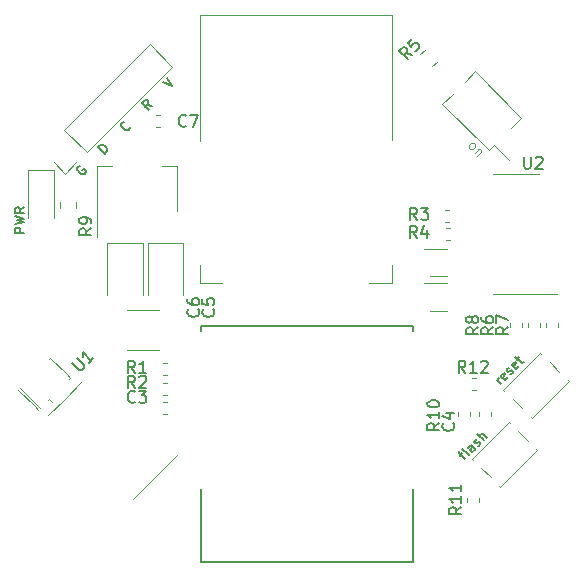
<source format=gbr>
G04 #@! TF.GenerationSoftware,KiCad,Pcbnew,(5.1.4-0-10_14)*
G04 #@! TF.CreationDate,2019-10-28T14:00:27+08:00*
G04 #@! TF.ProjectId,z2m_partner,7a326d5f-7061-4727-946e-65722e6b6963,rev?*
G04 #@! TF.SameCoordinates,Original*
G04 #@! TF.FileFunction,Legend,Top*
G04 #@! TF.FilePolarity,Positive*
%FSLAX46Y46*%
G04 Gerber Fmt 4.6, Leading zero omitted, Abs format (unit mm)*
G04 Created by KiCad (PCBNEW (5.1.4-0-10_14)) date 2019-10-28 14:00:27*
%MOMM*%
%LPD*%
G04 APERTURE LIST*
%ADD10C,0.152400*%
%ADD11C,0.120000*%
%ADD12C,0.150000*%
G04 APERTURE END LIST*
D10*
X194564000Y-125730000D02*
X194564000Y-119545000D01*
X176580800Y-106145000D02*
X176580800Y-105765600D01*
X194564000Y-106145000D02*
X194564000Y-105765600D01*
X176580800Y-125730000D02*
X176580800Y-119545000D01*
X194564000Y-105727500D02*
X176580800Y-105727500D01*
X176593500Y-125730000D02*
X194564000Y-125730000D01*
D11*
X173423733Y-112139000D02*
X173766267Y-112139000D01*
X173423733Y-113159000D02*
X173766267Y-113159000D01*
X201170000Y-112971733D02*
X201170000Y-113314267D01*
X200150000Y-112971733D02*
X200150000Y-113314267D01*
X172099000Y-98685000D02*
X172099000Y-103070000D01*
X175119000Y-98685000D02*
X172099000Y-98685000D01*
X175119000Y-103070000D02*
X175119000Y-98685000D01*
X171690000Y-103070000D02*
X171690000Y-98685000D01*
X171690000Y-98685000D02*
X168670000Y-98685000D01*
X168670000Y-98685000D02*
X168670000Y-103070000D01*
X172816733Y-88902000D02*
X173159267Y-88902000D01*
X172816733Y-87882000D02*
X173159267Y-87882000D01*
X164203000Y-96559500D02*
X164203000Y-92499500D01*
X164203000Y-92499500D02*
X161933000Y-92499500D01*
X161933000Y-92499500D02*
X161933000Y-96559500D01*
X173090252Y-107755000D02*
X170317748Y-107755000D01*
X173090252Y-104335000D02*
X170317748Y-104335000D01*
X174165109Y-83747795D02*
X172284205Y-81866891D01*
X166938478Y-90974426D02*
X174165109Y-83747795D01*
X165057574Y-89093522D02*
X172284205Y-81866891D01*
X166938478Y-90974426D02*
X165057574Y-89093522D01*
X166040452Y-91872452D02*
X165100000Y-92812904D01*
X165100000Y-92812904D02*
X164159548Y-91872452D01*
X197299733Y-95883000D02*
X197642267Y-95883000D01*
X197299733Y-96903000D02*
X197642267Y-96903000D01*
X197325133Y-98427000D02*
X197667667Y-98427000D01*
X197325133Y-97407000D02*
X197667667Y-97407000D01*
X196557995Y-83338097D02*
X196188529Y-83707563D01*
X195553903Y-82334005D02*
X195184437Y-82703471D01*
X205361000Y-105478733D02*
X205361000Y-105821267D01*
X204341000Y-105478733D02*
X204341000Y-105821267D01*
X205865000Y-105478733D02*
X205865000Y-105821267D01*
X206885000Y-105478733D02*
X206885000Y-105821267D01*
X202817000Y-105467333D02*
X202817000Y-105809867D01*
X203837000Y-105467333D02*
X203837000Y-105809867D01*
X166064000Y-95756252D02*
X166064000Y-95233748D01*
X164644000Y-95756252D02*
X164644000Y-95233748D01*
X198372000Y-113328267D02*
X198372000Y-112985733D01*
X199392000Y-113328267D02*
X199392000Y-112985733D01*
X199117718Y-120583549D02*
X199117718Y-120241015D01*
X200137718Y-120583549D02*
X200137718Y-120241015D01*
X199585733Y-111127000D02*
X199928267Y-111127000D01*
X199585733Y-110107000D02*
X199928267Y-110107000D01*
X203747080Y-88065150D02*
X199843850Y-84161920D01*
X202735917Y-91692608D02*
X201427769Y-90384460D01*
X200968150Y-90844080D02*
X201427769Y-90384460D01*
X200968150Y-90844080D02*
X197064920Y-86940850D01*
X197064920Y-86940850D02*
X197962239Y-86043532D01*
X202849054Y-88963176D02*
X203747080Y-88065150D01*
X198945824Y-85059946D02*
X199843850Y-84161920D01*
X205416406Y-108071136D02*
X205331553Y-107986284D01*
X206936686Y-109591416D02*
X206130584Y-108785314D01*
X207735716Y-110390447D02*
X207650864Y-110305594D01*
X204624447Y-113501716D02*
X207735716Y-110390447D01*
X204539594Y-113416864D02*
X204624447Y-113501716D01*
X203019314Y-111896584D02*
X203825416Y-112702686D01*
X202220284Y-111097553D02*
X202305136Y-111182406D01*
X205331553Y-107986284D02*
X202220284Y-111097553D01*
X202664553Y-113828284D02*
X199553284Y-116939553D01*
X199553284Y-116939553D02*
X199638136Y-117024406D01*
X200352314Y-117738584D02*
X201158416Y-118544686D01*
X201872594Y-119258864D02*
X201957447Y-119343716D01*
X201957447Y-119343716D02*
X205068716Y-116232447D01*
X205068716Y-116232447D02*
X204983864Y-116147594D01*
X204269686Y-115433416D02*
X203463584Y-114627314D01*
X202749406Y-113913136D02*
X202664553Y-113828284D01*
X165078040Y-111865040D02*
X163699181Y-113243898D01*
X165078040Y-111865040D02*
X166456898Y-110486181D01*
X172233960Y-119020960D02*
X170855102Y-120399819D01*
X172233960Y-119020960D02*
X174673479Y-116581442D01*
X203327000Y-102977000D02*
X206777000Y-102977000D01*
X203327000Y-102977000D02*
X201377000Y-102977000D01*
X203327000Y-92857000D02*
X205277000Y-92857000D01*
X203327000Y-92857000D02*
X201377000Y-92857000D01*
X176537000Y-102101000D02*
X176537000Y-100531000D01*
X176537000Y-102101000D02*
X178427000Y-102101000D01*
X190877000Y-102101000D02*
X192767000Y-102101000D01*
X192767000Y-102101000D02*
X192767000Y-100531000D01*
X192777000Y-90011000D02*
X192777000Y-79361000D01*
X192777000Y-79361000D02*
X176537000Y-79361000D01*
X176537000Y-79361000D02*
X176537000Y-90021000D01*
X197423000Y-99170000D02*
X195523000Y-99170000D01*
X196023000Y-101490000D02*
X197423000Y-101490000D01*
X196023000Y-104411000D02*
X197423000Y-104411000D01*
X197423000Y-102091000D02*
X195523000Y-102091000D01*
X174606000Y-92197000D02*
X173346000Y-92197000D01*
X167786000Y-92197000D02*
X169046000Y-92197000D01*
X174606000Y-95957000D02*
X174606000Y-92197000D01*
X167786000Y-98207000D02*
X167786000Y-92197000D01*
X163832792Y-108409152D02*
X165247006Y-109823365D01*
X162701421Y-112368950D02*
X161287208Y-110954736D01*
X163726726Y-111909330D02*
X164009569Y-112192173D01*
X161145786Y-111096157D02*
X162560000Y-112510371D01*
X165247006Y-109823365D02*
X165529848Y-110106208D01*
X162701421Y-112368950D02*
X162984264Y-112651792D01*
X162560000Y-112510371D02*
X162842843Y-112793214D01*
X161287208Y-110954736D02*
X161393274Y-110848670D01*
X162984264Y-112651792D02*
X163090330Y-112545726D01*
X163726726Y-111909330D02*
X163691371Y-111944686D01*
X165529848Y-110106208D02*
X165423782Y-110212274D01*
X163832792Y-108409152D02*
X163726726Y-108515218D01*
X173766267Y-108887800D02*
X173423733Y-108887800D01*
X173766267Y-109907800D02*
X173423733Y-109907800D01*
X173768867Y-111533400D02*
X173426333Y-111533400D01*
X173768867Y-110513400D02*
X173426333Y-110513400D01*
D12*
X171029333Y-112117142D02*
X170981714Y-112164761D01*
X170838857Y-112212380D01*
X170743619Y-112212380D01*
X170600761Y-112164761D01*
X170505523Y-112069523D01*
X170457904Y-111974285D01*
X170410285Y-111783809D01*
X170410285Y-111640952D01*
X170457904Y-111450476D01*
X170505523Y-111355238D01*
X170600761Y-111260000D01*
X170743619Y-111212380D01*
X170838857Y-111212380D01*
X170981714Y-111260000D01*
X171029333Y-111307619D01*
X171362666Y-111212380D02*
X171981714Y-111212380D01*
X171648380Y-111593333D01*
X171791238Y-111593333D01*
X171886476Y-111640952D01*
X171934095Y-111688571D01*
X171981714Y-111783809D01*
X171981714Y-112021904D01*
X171934095Y-112117142D01*
X171886476Y-112164761D01*
X171791238Y-112212380D01*
X171505523Y-112212380D01*
X171410285Y-112164761D01*
X171362666Y-112117142D01*
X197969142Y-113958666D02*
X198016761Y-114006285D01*
X198064380Y-114149142D01*
X198064380Y-114244380D01*
X198016761Y-114387238D01*
X197921523Y-114482476D01*
X197826285Y-114530095D01*
X197635809Y-114577714D01*
X197492952Y-114577714D01*
X197302476Y-114530095D01*
X197207238Y-114482476D01*
X197112000Y-114387238D01*
X197064380Y-114244380D01*
X197064380Y-114149142D01*
X197112000Y-114006285D01*
X197159619Y-113958666D01*
X197397714Y-113101523D02*
X198064380Y-113101523D01*
X197016761Y-113339619D02*
X197731047Y-113577714D01*
X197731047Y-112958666D01*
X177649142Y-104306666D02*
X177696761Y-104354285D01*
X177744380Y-104497142D01*
X177744380Y-104592380D01*
X177696761Y-104735238D01*
X177601523Y-104830476D01*
X177506285Y-104878095D01*
X177315809Y-104925714D01*
X177172952Y-104925714D01*
X176982476Y-104878095D01*
X176887238Y-104830476D01*
X176792000Y-104735238D01*
X176744380Y-104592380D01*
X176744380Y-104497142D01*
X176792000Y-104354285D01*
X176839619Y-104306666D01*
X176744380Y-103401904D02*
X176744380Y-103878095D01*
X177220571Y-103925714D01*
X177172952Y-103878095D01*
X177125333Y-103782857D01*
X177125333Y-103544761D01*
X177172952Y-103449523D01*
X177220571Y-103401904D01*
X177315809Y-103354285D01*
X177553904Y-103354285D01*
X177649142Y-103401904D01*
X177696761Y-103449523D01*
X177744380Y-103544761D01*
X177744380Y-103782857D01*
X177696761Y-103878095D01*
X177649142Y-103925714D01*
X176379142Y-104306666D02*
X176426761Y-104354285D01*
X176474380Y-104497142D01*
X176474380Y-104592380D01*
X176426761Y-104735238D01*
X176331523Y-104830476D01*
X176236285Y-104878095D01*
X176045809Y-104925714D01*
X175902952Y-104925714D01*
X175712476Y-104878095D01*
X175617238Y-104830476D01*
X175522000Y-104735238D01*
X175474380Y-104592380D01*
X175474380Y-104497142D01*
X175522000Y-104354285D01*
X175569619Y-104306666D01*
X175474380Y-103449523D02*
X175474380Y-103640000D01*
X175522000Y-103735238D01*
X175569619Y-103782857D01*
X175712476Y-103878095D01*
X175902952Y-103925714D01*
X176283904Y-103925714D01*
X176379142Y-103878095D01*
X176426761Y-103830476D01*
X176474380Y-103735238D01*
X176474380Y-103544761D01*
X176426761Y-103449523D01*
X176379142Y-103401904D01*
X176283904Y-103354285D01*
X176045809Y-103354285D01*
X175950571Y-103401904D01*
X175902952Y-103449523D01*
X175855333Y-103544761D01*
X175855333Y-103735238D01*
X175902952Y-103830476D01*
X175950571Y-103878095D01*
X176045809Y-103925714D01*
X175347333Y-88749142D02*
X175299714Y-88796761D01*
X175156857Y-88844380D01*
X175061619Y-88844380D01*
X174918761Y-88796761D01*
X174823523Y-88701523D01*
X174775904Y-88606285D01*
X174728285Y-88415809D01*
X174728285Y-88272952D01*
X174775904Y-88082476D01*
X174823523Y-87987238D01*
X174918761Y-87892000D01*
X175061619Y-87844380D01*
X175156857Y-87844380D01*
X175299714Y-87892000D01*
X175347333Y-87939619D01*
X175680666Y-87844380D02*
X176347333Y-87844380D01*
X175918761Y-88844380D01*
X161651904Y-97840666D02*
X160851904Y-97840666D01*
X160851904Y-97535904D01*
X160890000Y-97459714D01*
X160928095Y-97421619D01*
X161004285Y-97383523D01*
X161118571Y-97383523D01*
X161194761Y-97421619D01*
X161232857Y-97459714D01*
X161270952Y-97535904D01*
X161270952Y-97840666D01*
X160851904Y-97116857D02*
X161651904Y-96926380D01*
X161080476Y-96774000D01*
X161651904Y-96621619D01*
X160851904Y-96431142D01*
X161651904Y-95669238D02*
X161270952Y-95935904D01*
X161651904Y-96126380D02*
X160851904Y-96126380D01*
X160851904Y-95821619D01*
X160890000Y-95745428D01*
X160928095Y-95707333D01*
X161004285Y-95669238D01*
X161118571Y-95669238D01*
X161194761Y-95707333D01*
X161232857Y-95745428D01*
X161270952Y-95821619D01*
X161270952Y-96126380D01*
X166368356Y-92145956D02*
X166287544Y-92172894D01*
X166206732Y-92253706D01*
X166152857Y-92361456D01*
X166152857Y-92469205D01*
X166179794Y-92550017D01*
X166260607Y-92684704D01*
X166341419Y-92765517D01*
X166476106Y-92846329D01*
X166556918Y-92873266D01*
X166664668Y-92873266D01*
X166772417Y-92819391D01*
X166826292Y-92765517D01*
X166880167Y-92657767D01*
X166880167Y-92603892D01*
X166691605Y-92415330D01*
X166583855Y-92523080D01*
X168469474Y-91122335D02*
X167903788Y-90556650D01*
X168038475Y-90421963D01*
X168146225Y-90368088D01*
X168253974Y-90368088D01*
X168334787Y-90395025D01*
X168469474Y-90475837D01*
X168550286Y-90556650D01*
X168631098Y-90691337D01*
X168658035Y-90772149D01*
X168658035Y-90879898D01*
X168604161Y-90987648D01*
X168469474Y-91122335D01*
X170597528Y-88886531D02*
X170597528Y-88940406D01*
X170543653Y-89048155D01*
X170489779Y-89102030D01*
X170382029Y-89155905D01*
X170274279Y-89155905D01*
X170193467Y-89128967D01*
X170058780Y-89048155D01*
X169977968Y-88967343D01*
X169897156Y-88832656D01*
X169870218Y-88751844D01*
X169870218Y-88644094D01*
X169924093Y-88536345D01*
X169977968Y-88482470D01*
X170085718Y-88428595D01*
X170139592Y-88428595D01*
X172510084Y-87081725D02*
X172052148Y-87000913D01*
X172186835Y-87404974D02*
X171621149Y-86839288D01*
X171836649Y-86623789D01*
X171917461Y-86596852D01*
X171971336Y-86596852D01*
X172052148Y-86623789D01*
X172132960Y-86704601D01*
X172159897Y-86785414D01*
X172159897Y-86839288D01*
X172132960Y-86920101D01*
X171917461Y-87135600D01*
X173399018Y-85061420D02*
X174153265Y-85438543D01*
X173776142Y-84684296D01*
X194905333Y-96718380D02*
X194572000Y-96242190D01*
X194333904Y-96718380D02*
X194333904Y-95718380D01*
X194714857Y-95718380D01*
X194810095Y-95766000D01*
X194857714Y-95813619D01*
X194905333Y-95908857D01*
X194905333Y-96051714D01*
X194857714Y-96146952D01*
X194810095Y-96194571D01*
X194714857Y-96242190D01*
X194333904Y-96242190D01*
X195238666Y-95718380D02*
X195857714Y-95718380D01*
X195524380Y-96099333D01*
X195667238Y-96099333D01*
X195762476Y-96146952D01*
X195810095Y-96194571D01*
X195857714Y-96289809D01*
X195857714Y-96527904D01*
X195810095Y-96623142D01*
X195762476Y-96670761D01*
X195667238Y-96718380D01*
X195381523Y-96718380D01*
X195286285Y-96670761D01*
X195238666Y-96623142D01*
X194905333Y-98242380D02*
X194572000Y-97766190D01*
X194333904Y-98242380D02*
X194333904Y-97242380D01*
X194714857Y-97242380D01*
X194810095Y-97290000D01*
X194857714Y-97337619D01*
X194905333Y-97432857D01*
X194905333Y-97575714D01*
X194857714Y-97670952D01*
X194810095Y-97718571D01*
X194714857Y-97766190D01*
X194333904Y-97766190D01*
X195762476Y-97575714D02*
X195762476Y-98242380D01*
X195524380Y-97194761D02*
X195286285Y-97909047D01*
X195905333Y-97909047D01*
X194512030Y-82733732D02*
X193939610Y-82632717D01*
X194107969Y-83137793D02*
X193400862Y-82430687D01*
X193670236Y-82161312D01*
X193771251Y-82127641D01*
X193838595Y-82127641D01*
X193939610Y-82161312D01*
X194040625Y-82262328D01*
X194074297Y-82363343D01*
X194074297Y-82430687D01*
X194040625Y-82531702D01*
X193771251Y-82801076D01*
X194444687Y-81386862D02*
X194107969Y-81723580D01*
X194411015Y-82093969D01*
X194411015Y-82026625D01*
X194444687Y-81925610D01*
X194613045Y-81757251D01*
X194714061Y-81723580D01*
X194781404Y-81723580D01*
X194882419Y-81757251D01*
X195050778Y-81925610D01*
X195084450Y-82026625D01*
X195084450Y-82093969D01*
X195050778Y-82194984D01*
X194882419Y-82363343D01*
X194781404Y-82397015D01*
X194714061Y-82397015D01*
X201366380Y-105830666D02*
X200890190Y-106164000D01*
X201366380Y-106402095D02*
X200366380Y-106402095D01*
X200366380Y-106021142D01*
X200414000Y-105925904D01*
X200461619Y-105878285D01*
X200556857Y-105830666D01*
X200699714Y-105830666D01*
X200794952Y-105878285D01*
X200842571Y-105925904D01*
X200890190Y-106021142D01*
X200890190Y-106402095D01*
X200366380Y-104973523D02*
X200366380Y-105164000D01*
X200414000Y-105259238D01*
X200461619Y-105306857D01*
X200604476Y-105402095D01*
X200794952Y-105449714D01*
X201175904Y-105449714D01*
X201271142Y-105402095D01*
X201318761Y-105354476D01*
X201366380Y-105259238D01*
X201366380Y-105068761D01*
X201318761Y-104973523D01*
X201271142Y-104925904D01*
X201175904Y-104878285D01*
X200937809Y-104878285D01*
X200842571Y-104925904D01*
X200794952Y-104973523D01*
X200747333Y-105068761D01*
X200747333Y-105259238D01*
X200794952Y-105354476D01*
X200842571Y-105402095D01*
X200937809Y-105449714D01*
X202636380Y-105816666D02*
X202160190Y-106150000D01*
X202636380Y-106388095D02*
X201636380Y-106388095D01*
X201636380Y-106007142D01*
X201684000Y-105911904D01*
X201731619Y-105864285D01*
X201826857Y-105816666D01*
X201969714Y-105816666D01*
X202064952Y-105864285D01*
X202112571Y-105911904D01*
X202160190Y-106007142D01*
X202160190Y-106388095D01*
X201636380Y-105483333D02*
X201636380Y-104816666D01*
X202636380Y-105245238D01*
X200096380Y-105830666D02*
X199620190Y-106164000D01*
X200096380Y-106402095D02*
X199096380Y-106402095D01*
X199096380Y-106021142D01*
X199144000Y-105925904D01*
X199191619Y-105878285D01*
X199286857Y-105830666D01*
X199429714Y-105830666D01*
X199524952Y-105878285D01*
X199572571Y-105925904D01*
X199620190Y-106021142D01*
X199620190Y-106402095D01*
X199524952Y-105259238D02*
X199477333Y-105354476D01*
X199429714Y-105402095D01*
X199334476Y-105449714D01*
X199286857Y-105449714D01*
X199191619Y-105402095D01*
X199144000Y-105354476D01*
X199096380Y-105259238D01*
X199096380Y-105068761D01*
X199144000Y-104973523D01*
X199191619Y-104925904D01*
X199286857Y-104878285D01*
X199334476Y-104878285D01*
X199429714Y-104925904D01*
X199477333Y-104973523D01*
X199524952Y-105068761D01*
X199524952Y-105259238D01*
X199572571Y-105354476D01*
X199620190Y-105402095D01*
X199715428Y-105449714D01*
X199905904Y-105449714D01*
X200001142Y-105402095D01*
X200048761Y-105354476D01*
X200096380Y-105259238D01*
X200096380Y-105068761D01*
X200048761Y-104973523D01*
X200001142Y-104925904D01*
X199905904Y-104878285D01*
X199715428Y-104878285D01*
X199620190Y-104925904D01*
X199572571Y-104973523D01*
X199524952Y-105068761D01*
X167330380Y-97448666D02*
X166854190Y-97782000D01*
X167330380Y-98020095D02*
X166330380Y-98020095D01*
X166330380Y-97639142D01*
X166378000Y-97543904D01*
X166425619Y-97496285D01*
X166520857Y-97448666D01*
X166663714Y-97448666D01*
X166758952Y-97496285D01*
X166806571Y-97543904D01*
X166854190Y-97639142D01*
X166854190Y-98020095D01*
X167330380Y-96972476D02*
X167330380Y-96782000D01*
X167282761Y-96686761D01*
X167235142Y-96639142D01*
X167092285Y-96543904D01*
X166901809Y-96496285D01*
X166520857Y-96496285D01*
X166425619Y-96543904D01*
X166378000Y-96591523D01*
X166330380Y-96686761D01*
X166330380Y-96877238D01*
X166378000Y-96972476D01*
X166425619Y-97020095D01*
X166520857Y-97067714D01*
X166758952Y-97067714D01*
X166854190Y-97020095D01*
X166901809Y-96972476D01*
X166949428Y-96877238D01*
X166949428Y-96686761D01*
X166901809Y-96591523D01*
X166854190Y-96543904D01*
X166758952Y-96496285D01*
X196794380Y-113926857D02*
X196318190Y-114260190D01*
X196794380Y-114498285D02*
X195794380Y-114498285D01*
X195794380Y-114117333D01*
X195842000Y-114022095D01*
X195889619Y-113974476D01*
X195984857Y-113926857D01*
X196127714Y-113926857D01*
X196222952Y-113974476D01*
X196270571Y-114022095D01*
X196318190Y-114117333D01*
X196318190Y-114498285D01*
X196794380Y-112974476D02*
X196794380Y-113545904D01*
X196794380Y-113260190D02*
X195794380Y-113260190D01*
X195937238Y-113355428D01*
X196032476Y-113450666D01*
X196080095Y-113545904D01*
X195794380Y-112355428D02*
X195794380Y-112260190D01*
X195842000Y-112164952D01*
X195889619Y-112117333D01*
X195984857Y-112069714D01*
X196175333Y-112022095D01*
X196413428Y-112022095D01*
X196603904Y-112069714D01*
X196699142Y-112117333D01*
X196746761Y-112164952D01*
X196794380Y-112260190D01*
X196794380Y-112355428D01*
X196746761Y-112450666D01*
X196699142Y-112498285D01*
X196603904Y-112545904D01*
X196413428Y-112593523D01*
X196175333Y-112593523D01*
X195984857Y-112545904D01*
X195889619Y-112498285D01*
X195842000Y-112450666D01*
X195794380Y-112355428D01*
X198650098Y-121055139D02*
X198173908Y-121388472D01*
X198650098Y-121626567D02*
X197650098Y-121626567D01*
X197650098Y-121245615D01*
X197697718Y-121150377D01*
X197745337Y-121102758D01*
X197840575Y-121055139D01*
X197983432Y-121055139D01*
X198078670Y-121102758D01*
X198126289Y-121150377D01*
X198173908Y-121245615D01*
X198173908Y-121626567D01*
X198650098Y-120102758D02*
X198650098Y-120674186D01*
X198650098Y-120388472D02*
X197650098Y-120388472D01*
X197792956Y-120483710D01*
X197888194Y-120578948D01*
X197935813Y-120674186D01*
X198650098Y-119150377D02*
X198650098Y-119721805D01*
X198650098Y-119436091D02*
X197650098Y-119436091D01*
X197792956Y-119531329D01*
X197888194Y-119626567D01*
X197935813Y-119721805D01*
X199001142Y-109672380D02*
X198667809Y-109196190D01*
X198429714Y-109672380D02*
X198429714Y-108672380D01*
X198810666Y-108672380D01*
X198905904Y-108720000D01*
X198953523Y-108767619D01*
X199001142Y-108862857D01*
X199001142Y-109005714D01*
X198953523Y-109100952D01*
X198905904Y-109148571D01*
X198810666Y-109196190D01*
X198429714Y-109196190D01*
X199953523Y-109672380D02*
X199382095Y-109672380D01*
X199667809Y-109672380D02*
X199667809Y-108672380D01*
X199572571Y-108815238D01*
X199477333Y-108910476D01*
X199382095Y-108958095D01*
X200334476Y-108767619D02*
X200382095Y-108720000D01*
X200477333Y-108672380D01*
X200715428Y-108672380D01*
X200810666Y-108720000D01*
X200858285Y-108767619D01*
X200905904Y-108862857D01*
X200905904Y-108958095D01*
X200858285Y-109100952D01*
X200286857Y-109672380D01*
X200905904Y-109672380D01*
D11*
X199345783Y-90637593D02*
X199318845Y-90556781D01*
X199318845Y-90502906D01*
X199345783Y-90422094D01*
X199507407Y-90260470D01*
X199588219Y-90233532D01*
X199642094Y-90233532D01*
X199722906Y-90260470D01*
X199803719Y-90341282D01*
X199830656Y-90422094D01*
X199830656Y-90475969D01*
X199803719Y-90556781D01*
X199642094Y-90718406D01*
X199561282Y-90745343D01*
X199507407Y-90745343D01*
X199426595Y-90718406D01*
X199345783Y-90637593D01*
X200153905Y-90691468D02*
X199776781Y-91068592D01*
X200100030Y-90745343D02*
X200153905Y-90745343D01*
X200234717Y-90772280D01*
X200315529Y-90853093D01*
X200342467Y-90933905D01*
X200315529Y-91014717D01*
X200019218Y-91311028D01*
D12*
X202032033Y-110645775D02*
X201654910Y-110268652D01*
X201762659Y-110376401D02*
X201735722Y-110295589D01*
X201735722Y-110241714D01*
X201762659Y-110160902D01*
X201816534Y-110107027D01*
X202570781Y-110053153D02*
X202543844Y-110133965D01*
X202436094Y-110241714D01*
X202355282Y-110268652D01*
X202274470Y-110241714D01*
X202058971Y-110026215D01*
X202032033Y-109945403D01*
X202058971Y-109864591D01*
X202166720Y-109756841D01*
X202247532Y-109729904D01*
X202328345Y-109756841D01*
X202382219Y-109810716D01*
X202166720Y-110133965D01*
X202813218Y-109810716D02*
X202894030Y-109783779D01*
X203001780Y-109676029D01*
X203028717Y-109595217D01*
X203001780Y-109514405D01*
X202974842Y-109487467D01*
X202894030Y-109460530D01*
X202813218Y-109487467D01*
X202732406Y-109568279D01*
X202651593Y-109595217D01*
X202570781Y-109568279D01*
X202543844Y-109541342D01*
X202516906Y-109460530D01*
X202543844Y-109379718D01*
X202624656Y-109298905D01*
X202705468Y-109271968D01*
X203513590Y-109110344D02*
X203486653Y-109191156D01*
X203378903Y-109298905D01*
X203298091Y-109325843D01*
X203217279Y-109298905D01*
X203001780Y-109083406D01*
X202974842Y-109002594D01*
X203001780Y-108921782D01*
X203109529Y-108814032D01*
X203190341Y-108787095D01*
X203271154Y-108814032D01*
X203325028Y-108867907D01*
X203109529Y-109191156D01*
X203351966Y-108571596D02*
X203567465Y-108356096D01*
X203244216Y-108302222D02*
X203729089Y-108787095D01*
X203809902Y-108814032D01*
X203890714Y-108787095D01*
X203944589Y-108733220D01*
X198526097Y-116699465D02*
X198741597Y-116483966D01*
X198984033Y-116995776D02*
X198499160Y-116510903D01*
X198472223Y-116430091D01*
X198499160Y-116349279D01*
X198553035Y-116295404D01*
X199388094Y-116591715D02*
X199307282Y-116618653D01*
X199226470Y-116591715D01*
X198741597Y-116106842D01*
X199846030Y-116133780D02*
X199549719Y-115837468D01*
X199468906Y-115810531D01*
X199388094Y-115837468D01*
X199280345Y-115945218D01*
X199253407Y-116026030D01*
X199819093Y-116106842D02*
X199792155Y-116187654D01*
X199657468Y-116322341D01*
X199576656Y-116349279D01*
X199495844Y-116322341D01*
X199441969Y-116268467D01*
X199415032Y-116187654D01*
X199441969Y-116106842D01*
X199576656Y-115972155D01*
X199603593Y-115891343D01*
X200061529Y-115864406D02*
X200142341Y-115837468D01*
X200250091Y-115729719D01*
X200277028Y-115648906D01*
X200250091Y-115568094D01*
X200223154Y-115541157D01*
X200142341Y-115514219D01*
X200061529Y-115541157D01*
X199980717Y-115621969D01*
X199899905Y-115648906D01*
X199819093Y-115621969D01*
X199792155Y-115595032D01*
X199765218Y-115514219D01*
X199792155Y-115433407D01*
X199872967Y-115352595D01*
X199953780Y-115325658D01*
X200573340Y-115406470D02*
X200007654Y-114840784D01*
X200815776Y-115164033D02*
X200519465Y-114867722D01*
X200438653Y-114840784D01*
X200357841Y-114867722D01*
X200277028Y-114948534D01*
X200250091Y-115029346D01*
X200250091Y-115083221D01*
X165698026Y-108863522D02*
X166270446Y-109435942D01*
X166371461Y-109469614D01*
X166438805Y-109469614D01*
X166539820Y-109435942D01*
X166674507Y-109301255D01*
X166708179Y-109200240D01*
X166708179Y-109132896D01*
X166674507Y-109031881D01*
X166102087Y-108459461D01*
X167516301Y-108459461D02*
X167112240Y-108863522D01*
X167314270Y-108661492D02*
X166607164Y-107954385D01*
X166640835Y-108122744D01*
X166640835Y-108257431D01*
X166607164Y-108358446D01*
X203962095Y-91400380D02*
X203962095Y-92209904D01*
X204009714Y-92305142D01*
X204057333Y-92352761D01*
X204152571Y-92400380D01*
X204343047Y-92400380D01*
X204438285Y-92352761D01*
X204485904Y-92305142D01*
X204533523Y-92209904D01*
X204533523Y-91400380D01*
X204962095Y-91495619D02*
X205009714Y-91448000D01*
X205104952Y-91400380D01*
X205343047Y-91400380D01*
X205438285Y-91448000D01*
X205485904Y-91495619D01*
X205533523Y-91590857D01*
X205533523Y-91686095D01*
X205485904Y-91828952D01*
X204914476Y-92400380D01*
X205533523Y-92400380D01*
X171029333Y-109672380D02*
X170696000Y-109196190D01*
X170457904Y-109672380D02*
X170457904Y-108672380D01*
X170838857Y-108672380D01*
X170934095Y-108720000D01*
X170981714Y-108767619D01*
X171029333Y-108862857D01*
X171029333Y-109005714D01*
X170981714Y-109100952D01*
X170934095Y-109148571D01*
X170838857Y-109196190D01*
X170457904Y-109196190D01*
X171981714Y-109672380D02*
X171410285Y-109672380D01*
X171696000Y-109672380D02*
X171696000Y-108672380D01*
X171600761Y-108815238D01*
X171505523Y-108910476D01*
X171410285Y-108958095D01*
X171029333Y-110942380D02*
X170696000Y-110466190D01*
X170457904Y-110942380D02*
X170457904Y-109942380D01*
X170838857Y-109942380D01*
X170934095Y-109990000D01*
X170981714Y-110037619D01*
X171029333Y-110132857D01*
X171029333Y-110275714D01*
X170981714Y-110370952D01*
X170934095Y-110418571D01*
X170838857Y-110466190D01*
X170457904Y-110466190D01*
X171410285Y-110037619D02*
X171457904Y-109990000D01*
X171553142Y-109942380D01*
X171791238Y-109942380D01*
X171886476Y-109990000D01*
X171934095Y-110037619D01*
X171981714Y-110132857D01*
X171981714Y-110228095D01*
X171934095Y-110370952D01*
X171362666Y-110942380D01*
X171981714Y-110942380D01*
M02*

</source>
